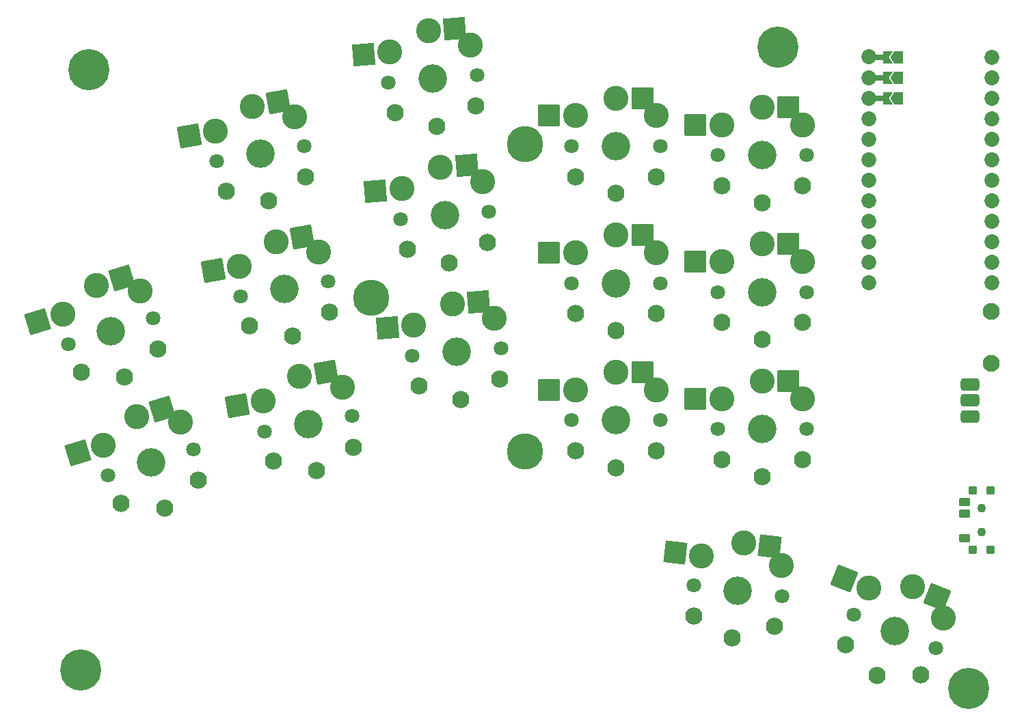
<source format=gts>
%TF.GenerationSoftware,KiCad,Pcbnew,(6.0.4)*%
%TF.CreationDate,2022-07-31T17:14:54+02:00*%
%TF.ProjectId,konafa,6b6f6e61-6661-42e6-9b69-6361645f7063,v1.0.0*%
%TF.SameCoordinates,Original*%
%TF.FileFunction,Soldermask,Top*%
%TF.FilePolarity,Negative*%
%FSLAX46Y46*%
G04 Gerber Fmt 4.6, Leading zero omitted, Abs format (unit mm)*
G04 Created by KiCad (PCBNEW (6.0.4)) date 2022-07-31 17:14:54*
%MOMM*%
%LPD*%
G01*
G04 APERTURE LIST*
G04 Aperture macros list*
%AMRoundRect*
0 Rectangle with rounded corners*
0 $1 Rounding radius*
0 $2 $3 $4 $5 $6 $7 $8 $9 X,Y pos of 4 corners*
0 Add a 4 corners polygon primitive as box body*
4,1,4,$2,$3,$4,$5,$6,$7,$8,$9,$2,$3,0*
0 Add four circle primitives for the rounded corners*
1,1,$1+$1,$2,$3*
1,1,$1+$1,$4,$5*
1,1,$1+$1,$6,$7*
1,1,$1+$1,$8,$9*
0 Add four rect primitives between the rounded corners*
20,1,$1+$1,$2,$3,$4,$5,0*
20,1,$1+$1,$4,$5,$6,$7,0*
20,1,$1+$1,$6,$7,$8,$9,0*
20,1,$1+$1,$8,$9,$2,$3,0*%
%AMFreePoly0*
4,1,16,0.535355,0.785355,0.550000,0.750000,0.550000,-0.750000,0.535355,-0.785355,0.500000,-0.800000,-0.650000,-0.800000,-0.685355,-0.785355,-0.700000,-0.750000,-0.691603,-0.722265,-0.210093,0.000000,-0.691603,0.722265,-0.699029,0.759806,-0.677735,0.791603,-0.650000,0.800000,0.500000,0.800000,0.535355,0.785355,0.535355,0.785355,$1*%
%AMFreePoly1*
4,1,16,0.535355,0.785355,0.541603,0.777735,1.041603,0.027735,1.049029,-0.009806,1.041603,-0.027735,0.541603,-0.777735,0.509806,-0.799029,0.500000,-0.800000,-0.500000,-0.800000,-0.535355,-0.785355,-0.550000,-0.750000,-0.550000,0.750000,-0.535355,0.785355,-0.500000,0.800000,0.500000,0.800000,0.535355,0.785355,0.535355,0.785355,$1*%
G04 Aperture macros list end*
%ADD10C,5.100000*%
%ADD11C,2.100000*%
%ADD12C,3.100000*%
%ADD13C,1.801800*%
%ADD14C,3.529000*%
%ADD15C,2.132000*%
%ADD16RoundRect,0.050000X-1.054507X-1.505993X1.505993X-1.054507X1.054507X1.505993X-1.505993X1.054507X0*%
%ADD17RoundRect,0.050000X-1.181751X-1.408356X1.408356X-1.181751X1.181751X1.408356X-1.408356X1.181751X0*%
%ADD18RoundRect,0.050000X-1.300000X-1.300000X1.300000X-1.300000X1.300000X1.300000X-1.300000X1.300000X0*%
%ADD19RoundRect,0.050000X-0.450000X0.450000X-0.450000X-0.450000X0.450000X-0.450000X0.450000X0.450000X0*%
%ADD20RoundRect,0.050000X-0.625000X0.450000X-0.625000X-0.450000X0.625000X-0.450000X0.625000X0.450000X0*%
%ADD21C,1.100000*%
%ADD22RoundRect,0.050000X-1.692328X-0.718350X0.718350X-1.692328X1.692328X0.718350X-0.718350X1.692328X0*%
%ADD23RoundRect,0.425000X-0.750000X0.375000X-0.750000X-0.375000X0.750000X-0.375000X0.750000X0.375000X0*%
%ADD24RoundRect,0.050000X-0.863113X-1.623279X1.623279X-0.863113X0.863113X1.623279X-1.623279X0.863113X0*%
%ADD25RoundRect,0.050000X-1.448740X-1.131880X1.131880X-1.448740X1.448740X1.131880X-1.131880X1.448740X0*%
%ADD26C,1.852600*%
%ADD27FreePoly0,180.000000*%
%ADD28RoundRect,0.050000X-0.762000X0.250000X-0.762000X-0.250000X0.762000X-0.250000X0.762000X0.250000X0*%
%ADD29FreePoly1,180.000000*%
%ADD30C,4.500000*%
G04 APERTURE END LIST*
D10*
%TO.C,*%
X159112791Y38507254D03*
%TD*%
%TO.C,*%
X49130791Y40793254D03*
%TD*%
%TO.C,*%
X135490791Y118009254D03*
%TD*%
%TO.C,*%
X50146791Y115215254D03*
%TD*%
D11*
%TO.C,B1*%
X161906791Y85243254D03*
X161906791Y78743254D03*
%TD*%
D12*
%TO.C,S11*%
X70353903Y110604673D03*
D13*
X65970667Y103790002D03*
X76803553Y105700132D03*
D12*
X65811891Y107569854D03*
D14*
X71387110Y104745067D03*
D12*
X75659968Y109306336D03*
D15*
X76971012Y101871038D03*
X67122934Y100134557D03*
D16*
X73579148Y111173370D03*
D15*
X72411634Y98934701D03*
D16*
X62586644Y107001157D03*
%TD*%
D14*
%TO.C,S15*%
X94221643Y97114167D03*
D12*
X88913836Y100414117D03*
X93703066Y103041525D03*
D13*
X88742572Y96634810D03*
X99700714Y97593524D03*
D12*
X98875783Y101285675D03*
D17*
X96965603Y103326959D03*
D15*
X99533808Y93764406D03*
X89571861Y92892848D03*
D17*
X85651297Y100128683D03*
D15*
X94735862Y91236618D03*
%TD*%
D13*
%TO.C,S21*%
X109924791Y88712254D03*
X120924791Y88712254D03*
D12*
X110424791Y92462253D03*
D14*
X115424791Y88712254D03*
D12*
X120424791Y92462253D03*
X115424791Y94662254D03*
D15*
X110424791Y84912254D03*
D18*
X118699790Y94662253D03*
D15*
X120424791Y84912254D03*
D18*
X107149790Y92462254D03*
D15*
X115424791Y82812254D03*
%TD*%
D19*
%TO.C,T1*%
X159579791Y55652254D03*
X161779791Y63052254D03*
X161779791Y55652254D03*
X159579791Y63052254D03*
D20*
X158604791Y57102254D03*
X158604791Y60102254D03*
X158604791Y61602254D03*
%TD*%
D21*
%TO.C,T2*%
X160679791Y60852254D03*
X160679791Y57852254D03*
%TD*%
D12*
%TO.C,S29*%
X133505791Y93561491D03*
X128505791Y91361490D03*
D13*
X128005791Y87611491D03*
D12*
X138505791Y91361490D03*
D13*
X139005791Y87611491D03*
D14*
X133505791Y87611491D03*
D15*
X128505791Y83811491D03*
X138505791Y83811491D03*
D18*
X136780790Y93561490D03*
X125230790Y91361491D03*
D15*
X133505791Y81711491D03*
%TD*%
D13*
%TO.C,S33*%
X144859803Y47613181D03*
D12*
X146728169Y50902816D03*
D13*
X155058825Y43492509D03*
D14*
X149959314Y45552845D03*
D12*
X152188223Y51069589D03*
X156000008Y47156751D03*
D15*
X153171728Y40156513D03*
D22*
X155224749Y49842752D03*
D15*
X143899890Y43902579D03*
X147749135Y40082460D03*
D22*
X143691641Y52129654D03*
%TD*%
D13*
%TO.C,S7*%
X82707591Y72216668D03*
D12*
X71715929Y74086390D03*
X81564006Y75822872D03*
D14*
X77291148Y71261603D03*
D12*
X76257941Y77121209D03*
D13*
X71874705Y70306538D03*
D15*
X73026972Y66651093D03*
X82875050Y68387574D03*
D16*
X79483186Y77689906D03*
X68490682Y73517693D03*
D15*
X78315672Y65451237D03*
%TD*%
D23*
%TO.C,PAD1*%
X159239791Y72162254D03*
X159239791Y74162254D03*
X159239791Y76162254D03*
%TD*%
D12*
%TO.C,S5*%
X51102647Y88419976D03*
D14*
X52842259Y82729963D03*
D12*
X56527389Y87777963D03*
D13*
X58101935Y84338007D03*
D12*
X46964342Y84854246D03*
D13*
X47582583Y81121919D03*
D24*
X54234545Y89377492D03*
D15*
X58734795Y80557863D03*
X49171748Y77634146D03*
X54567252Y77087765D03*
D24*
X43832442Y83896730D03*
%TD*%
D12*
%TO.C,S27*%
X128505791Y74361490D03*
D14*
X133505791Y70611491D03*
D12*
X138505791Y74361490D03*
D13*
X128005791Y70611491D03*
X139005791Y70611491D03*
D12*
X133505791Y76561491D03*
D18*
X136780790Y76561490D03*
D15*
X128505791Y66811491D03*
X138505791Y66811491D03*
X133505791Y64711491D03*
D18*
X125230790Y74361491D03*
%TD*%
D13*
%TO.C,S9*%
X68922686Y87048270D03*
X79755572Y88958400D03*
D14*
X74339129Y88003335D03*
D12*
X78611987Y92564604D03*
X73305922Y93862941D03*
X68763910Y90828122D03*
D16*
X76531167Y94431638D03*
D15*
X79923031Y85129306D03*
X70074953Y83392825D03*
X75363653Y82192969D03*
D16*
X65538663Y90259425D03*
%TD*%
D13*
%TO.C,S13*%
X90224220Y79699500D03*
D14*
X95703291Y80178857D03*
D12*
X100357431Y84350365D03*
X95184714Y86106215D03*
D13*
X101182362Y80658214D03*
D12*
X90395484Y83478807D03*
D17*
X98447251Y86391649D03*
D15*
X101015456Y76829096D03*
X91053509Y75957538D03*
D17*
X87132945Y83193373D03*
D15*
X96217510Y74301308D03*
%TD*%
D12*
%TO.C,S23*%
X138513229Y108358986D03*
D14*
X133513229Y104608987D03*
D12*
X133513229Y110558987D03*
X128513229Y108358986D03*
D13*
X139013229Y104608987D03*
X128013229Y104608987D03*
D15*
X128513229Y100808987D03*
D18*
X136788228Y110558986D03*
D15*
X138513229Y100808987D03*
X133513229Y98708987D03*
D18*
X125238228Y108358987D03*
%TD*%
D12*
%TO.C,S17*%
X87432189Y117349427D03*
D13*
X87260925Y113570120D03*
D12*
X97394136Y118220985D03*
D13*
X98219067Y114528834D03*
D14*
X92739996Y114049477D03*
D12*
X92221419Y119976835D03*
D17*
X95483956Y120262269D03*
D15*
X98052161Y110699716D03*
X88090214Y109828158D03*
X93254215Y108171928D03*
D17*
X84169650Y117063993D03*
%TD*%
D13*
%TO.C,S31*%
X125074473Y51246990D03*
D12*
X135953218Y53689409D03*
D13*
X135992481Y49906428D03*
D12*
X126027756Y54908103D03*
D14*
X130533477Y50576709D03*
D12*
X131258600Y56482359D03*
D15*
X125107643Y47414380D03*
X135033104Y46195687D03*
D25*
X134509187Y56083236D03*
X122777167Y55307226D03*
D15*
X129814448Y44720687D03*
%TD*%
D26*
%TO.C,MCU1*%
X161977213Y114199254D03*
D27*
X148993690Y114199254D03*
X148993690Y116739254D03*
D28*
X148068690Y111659254D03*
D26*
X161977213Y111659254D03*
X146737213Y111659254D03*
D28*
X148068690Y116739254D03*
D27*
X148993690Y111659254D03*
D28*
X148068690Y114199254D03*
D26*
X146737213Y116823000D03*
X161977213Y116739254D03*
X146737213Y114199254D03*
D29*
X150443690Y116739254D03*
X150443690Y114199254D03*
X150443690Y111659254D03*
D26*
X146737213Y109119254D03*
X146737213Y106579254D03*
X146737213Y104039254D03*
X146737213Y101499254D03*
X146737213Y98959254D03*
X146737213Y96419254D03*
X146737213Y93879254D03*
X146737213Y91339254D03*
X146737213Y88799254D03*
X161977213Y109119254D03*
X161977213Y106579254D03*
X161977213Y104039254D03*
X161977213Y101499254D03*
X161977213Y98959254D03*
X161977213Y96419254D03*
X161977213Y93879254D03*
X161977213Y91339254D03*
X161977213Y88799254D03*
%TD*%
D12*
%TO.C,S3*%
X51934661Y68597065D03*
D13*
X63072254Y68080826D03*
X52552902Y64864738D03*
D12*
X61497708Y71520782D03*
D14*
X57812578Y66472782D03*
D12*
X56072966Y72162795D03*
D15*
X54142067Y61376965D03*
X63705114Y64300682D03*
D24*
X59204864Y73120311D03*
X48802761Y67639549D03*
D15*
X59537571Y60830584D03*
%TD*%
D30*
%TO.C,REF\u002A\u002A*%
X85071791Y86894254D03*
X104121791Y67844254D03*
X104121791Y105944254D03*
%TD*%
D12*
%TO.C,S23*%
X115424791Y111662254D03*
D14*
X115424791Y105712254D03*
D13*
X109924791Y105712254D03*
D12*
X120424791Y109462253D03*
D13*
X120924791Y105712254D03*
D12*
X110424791Y109462253D03*
D15*
X110424791Y101912254D03*
X120424791Y101912254D03*
D18*
X118699790Y111662253D03*
X107149790Y109462254D03*
D15*
X115424791Y99812254D03*
%TD*%
D12*
%TO.C,S19*%
X120424791Y75462253D03*
D13*
X109924791Y71712254D03*
X120924791Y71712254D03*
D12*
X115424791Y77662254D03*
D14*
X115424791Y71712254D03*
D12*
X110424791Y75462253D03*
D18*
X118699790Y77662253D03*
D15*
X110424791Y67912254D03*
X120424791Y67912254D03*
X115424791Y65812254D03*
D18*
X107149790Y75462254D03*
%TD*%
M02*

</source>
